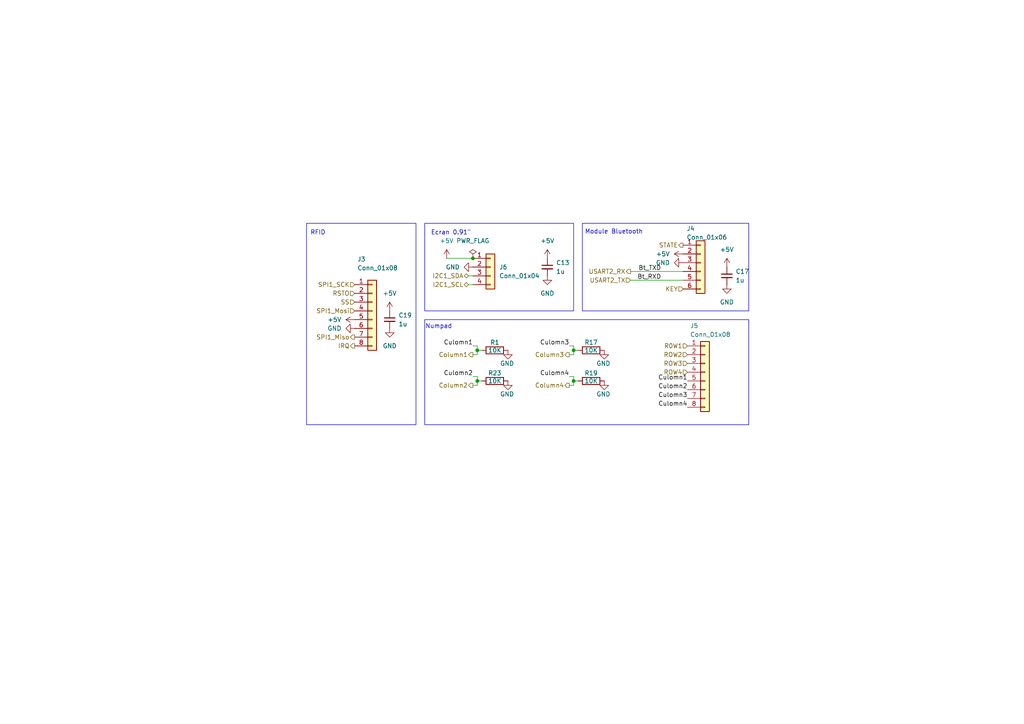
<source format=kicad_sch>
(kicad_sch (version 20250114) (generator "eeschema") (generator_version "9.0")
  (paper "A4")
  (lib_symbols
    (symbol "Connector_Generic:Conn_01x04" (pin_names (offset 1.016) (hide yes))
      (property "Reference" "J" (at 0 5.08 0))
      (property "Value" "Conn_01x04" (at 0 -7.62 0))
      (symbol "Conn_01x04_1_1"
        (rectangle (start -1.27 3.81) (end 1.27 -6.35) (stroke (width 0.254)) (fill (type background)))
        (rectangle (start -1.27 2.667) (end 0 2.413) (stroke (width 0.1524)))
        (rectangle (start -1.27 0.127) (end 0 -0.127) (stroke (width 0.1524)))
        (rectangle (start -1.27 -2.413) (end 0 -2.667) (stroke (width 0.1524)))
        (rectangle (start -1.27 -4.953) (end 0 -5.207) (stroke (width 0.1524)))
        (pin passive line (at -5.08 2.54 0) (length 3.81) (name "Pin_1") (number "1"))
        (pin passive line (at -5.08 0 0) (length 3.81) (name "Pin_2") (number "2"))
        (pin passive line (at -5.08 -2.54 0) (length 3.81) (name "Pin_3") (number "3"))
        (pin passive line (at -5.08 -5.08 0) (length 3.81) (name "Pin_4") (number "4"))
      )
    )
    (symbol "Connector_Generic:Conn_01x06" (pin_names (offset 1.016) (hide yes))
      (property "Reference" "J" (at 0 7.62 0))
      (property "Value" "Conn_01x06" (at 0 -10.16 0))
      (symbol "Conn_01x06_1_1"
        (rectangle (start -1.27 6.35) (end 1.27 -8.89) (stroke (width 0.254)) (fill (type background)))
        (rectangle (start -1.27 5.207) (end 0 4.953) (stroke (width 0.1524)))
        (rectangle (start -1.27 2.667) (end 0 2.413) (stroke (width 0.1524)))
        (rectangle (start -1.27 0.127) (end 0 -0.127) (stroke (width 0.1524)))
        (rectangle (start -1.27 -2.413) (end 0 -2.667) (stroke (width 0.1524)))
        (rectangle (start -1.27 -4.953) (end 0 -5.207) (stroke (width 0.1524)))
        (rectangle (start -1.27 -7.493) (end 0 -7.747) (stroke (width 0.1524)))
        (pin passive line (at -5.08 5.08 0) (length 3.81) (name "Pin_1") (number "1"))
        (pin passive line (at -5.08 2.54 0) (length 3.81) (name "Pin_2") (number "2"))
        (pin passive line (at -5.08 0 0) (length 3.81) (name "Pin_3") (number "3"))
        (pin passive line (at -5.08 -2.54 0) (length 3.81) (name "Pin_4") (number "4"))
        (pin passive line (at -5.08 -5.08 0) (length 3.81) (name "Pin_5") (number "5"))
        (pin passive line (at -5.08 -7.62 0) (length 3.81) (name "Pin_6") (number "6"))
      )
    )
    (symbol "Connector_Generic:Conn_01x08" (pin_names (offset 1.016) (hide yes))
      (property "Reference" "J" (at 0 10.16 0))
      (property "Value" "Conn_01x08" (at 0 -12.7 0))
      (symbol "Conn_01x08_1_1"
        (rectangle (start -1.27 8.89) (end 1.27 -11.43) (stroke (width 0.254)) (fill (type background)))
        (rectangle (start -1.27 7.747) (end 0 7.493) (stroke (width 0.1524)))
        (rectangle (start -1.27 5.207) (end 0 4.953) (stroke (width 0.1524)))
        (rectangle (start -1.27 2.667) (end 0 2.413) (stroke (width 0.1524)))
        (rectangle (start -1.27 0.127) (end 0 -0.127) (stroke (width 0.1524)))
        (rectangle (start -1.27 -2.413) (end 0 -2.667) (stroke (width 0.1524)))
        (rectangle (start -1.27 -4.953) (end 0 -5.207) (stroke (width 0.1524)))
        (rectangle (start -1.27 -7.493) (end 0 -7.747) (stroke (width 0.1524)))
        (rectangle (start -1.27 -10.033) (end 0 -10.287) (stroke (width 0.1524)))
        (pin passive line (at -5.08 7.62 0) (length 3.81) (name "Pin_1") (number "1"))
        (pin passive line (at -5.08 5.08 0) (length 3.81) (name "Pin_2") (number "2"))
        (pin passive line (at -5.08 2.54 0) (length 3.81) (name "Pin_3") (number "3"))
        (pin passive line (at -5.08 0 0) (length 3.81) (name "Pin_4") (number "4"))
        (pin passive line (at -5.08 -2.54 0) (length 3.81) (name "Pin_5") (number "5"))
        (pin passive line (at -5.08 -5.08 0) (length 3.81) (name "Pin_6") (number "6"))
        (pin passive line (at -5.08 -7.62 0) (length 3.81) (name "Pin_7") (number "7"))
        (pin passive line (at -5.08 -10.16 0) (length 3.81) (name "Pin_8") (number "8"))
      )
    )
    (symbol "Device:C_Small" (pin_numbers (hide yes)) (pin_names (offset 0.254) (hide yes))
      (property "Reference" "C" (at 0.254 1.778 0))
      (property "Value" "C_Small" (at 0.254 -2.032 0))
      (symbol "C_Small_0_1"
        (polyline (pts (xy -1.524 0.508) (xy 1.524 0.508)) (stroke (width 0.3048)))
        (polyline (pts (xy -1.524 -0.508) (xy 1.524 -0.508)) (stroke (width 0.3302)))
      )
      (symbol "C_Small_1_1"
        (pin passive line (at 0 2.54 270) (length 2.032) (name "~") (number "1"))
        (pin passive line (at 0 -2.54 90) (length 2.032) (name "~") (number "2"))
      )
    )
    (symbol "Device:R" (pin_numbers (hide yes)) (pin_names (offset 0))
      (property "Reference" "R" (at 2.032 0 90))
      (property "Value" "R" (at 0 0 90))
      (symbol "R_0_1"
        (rectangle (start -1.016 -2.54) (end 1.016 2.54) (stroke (width 0.254)))
      )
      (symbol "R_1_1"
        (pin passive line (at 0 3.81 270) (length 1.27) (name "~") (number "1"))
        (pin passive line (at 0 -3.81 90) (length 1.27) (name "~") (number "2"))
      )
    )
    (symbol "power:GND" (power) (pin_numbers (hide yes)) (pin_names (offset 0) (hide yes))
      (property "Value" "GND" (at 0 -3.81 0))
      (symbol "GND_0_1"
        (polyline (pts (xy 0 0) (xy 0 -1.27) (xy 1.27 -1.27) (xy 0 -2.54) (xy -1.27 -1.27) (xy 0 -1.27)))
      )
      (symbol "GND_1_1"
        (pin power_in line (at 0 0 270) (length 0) (name "~") (number "1"))
      )
    )
    (symbol "power:PWR_FLAG" (power) (pin_numbers (hide yes)) (pin_names (offset 0) (hide yes))
      (property "Value" "PWR_FLAG" (at 0 3.81 0))
      (symbol "PWR_FLAG_0_0"
        (pin power_out line (at 0 0 90) (length 0) (name "~") (number "1"))
      )
      (symbol "PWR_FLAG_0_1"
        (polyline (pts (xy 0 0) (xy 0 1.27) (xy -1.016 1.905) (xy 0 2.54) (xy 1.016 1.905) (xy 0 1.27)))
      )
    )
    (symbol "power:VCC" (power) (pin_numbers (hide yes)) (pin_names (offset 0) (hide yes))
      (property "Value" "VCC" (at 0 3.556 0))
      (symbol "VCC_0_1"
        (polyline (pts (xy -0.762 1.27) (xy 0 2.54)))
        (polyline (pts (xy 0 2.54) (xy 0.762 1.27)))
        (polyline (pts (xy 0 0) (xy 0 2.54)))
      )
      (symbol "VCC_1_1"
        (pin power_in line (at 0 0 90) (length 0) (name "~") (number "1"))
      )
    )
  )
  (rectangle (start 88.9 64.77) (end 120.65 123.19))
  (rectangle (start 168.91 64.77) (end 217.17 90.17))
  (rectangle (start 123.19 64.77) (end 166.37 90.17))
  (rectangle (start 123.19 92.71) (end 217.17 123.19))
  (text "Numpad" (at 127.254 94.742 0) (effects (font (size 1.27 1.27))))
  (text "RFID\n" (at 92.202 67.564 0) (effects (font (size 1.27 1.27))))
  (text "Module Bluetooth\n" (at 178.054 67.31 0) (effects (font (size 1.27 1.27))))
  (text "Ecran 0.91\"\n" (at 130.81 67.564 0) (effects (font (size 1.27 1.27))))
  (junction (at 166.37 110.49))
  (junction (at 138.43 101.6))
  (junction (at 166.37 101.6))
  (junction (at 138.43 110.49))
  (junction (at 137.16 74.93))
  (wire (pts (xy 166.37 101.6) (xy 167.64 101.6)))
  (wire (pts (xy 135.89 80.01) (xy 137.16 80.01)))
  (wire (pts (xy 166.37 102.87) (xy 166.37 101.6)))
  (wire (pts (xy 165.1 100.33) (xy 166.37 100.33)))
  (wire (pts (xy 166.37 111.76) (xy 166.37 110.49)))
  (wire (pts (xy 138.43 102.87) (xy 138.43 101.6)))
  (wire (pts (xy 138.43 101.6) (xy 139.7 101.6)))
  (wire (pts (xy 138.43 109.22) (xy 138.43 110.49)))
  (wire (pts (xy 182.88 81.28) (xy 198.12 81.28)))
  (wire (pts (xy 138.43 111.76) (xy 138.43 110.49)))
  (wire (pts (xy 137.16 111.76) (xy 138.43 111.76)))
  (wire (pts (xy 166.37 110.49) (xy 167.64 110.49)))
  (wire (pts (xy 182.88 78.74) (xy 198.12 78.74)))
  (wire (pts (xy 137.16 100.33) (xy 138.43 100.33)))
  (wire (pts (xy 137.16 102.87) (xy 138.43 102.87)))
  (wire (pts (xy 138.43 100.33) (xy 138.43 101.6)))
  (wire (pts (xy 165.1 111.76) (xy 166.37 111.76)))
  (wire (pts (xy 166.37 100.33) (xy 166.37 101.6)))
  (wire (pts (xy 137.16 109.22) (xy 138.43 109.22)))
  (wire (pts (xy 165.1 109.22) (xy 166.37 109.22)))
  (wire (pts (xy 135.89 82.55) (xy 137.16 82.55)))
  (wire (pts (xy 129.54 74.93) (xy 137.16 74.93)))
  (wire (pts (xy 138.43 110.49) (xy 139.7 110.49)))
  (wire (pts (xy 166.37 109.22) (xy 166.37 110.49)))
  (wire (pts (xy 165.1 102.87) (xy 166.37 102.87)))
  (label "Bt_TXD" (at 191.77 78.74 180))
  (label "Culomn3" (at 199.39 115.57 180))
  (label "Culomn1" (at 137.16 100.33 180))
  (label "Bt_RXD" (at 191.77 81.28 180))
  (label "Culomn2" (at 199.39 113.03 180))
  (label "Culomn2" (at 137.16 109.22 180))
  (label "Culomn4" (at 199.39 118.11 180))
  (label "Culomn1" (at 199.39 110.49 180))
  (label "Culomn3" (at 165.1 100.33 180))
  (label "Culomn4" (at 165.1 109.22 180))
  (hierarchical_label "Column2" (shape output) (at 137.16 111.76 180))
  (hierarchical_label "SPI1_SCK" (shape input) (at 102.87 82.55 180))
  (hierarchical_label "Column3" (shape output) (at 165.1 102.87 180))
  (hierarchical_label "Column1" (shape output) (at 137.16 102.87 180))
  (hierarchical_label "IRQ" (shape output) (at 102.87 100.33 180))
  (hierarchical_label "Column4" (shape output) (at 165.1 111.76 180))
  (hierarchical_label "RSTO" (shape input) (at 102.87 85.09 180))
  (hierarchical_label "SPI1_Mosi" (shape input) (at 102.87 90.17 180))
  (hierarchical_label "I2C1_SDA" (shape bidirectional) (at 135.89 80.01 180))
  (hierarchical_label "ROW3" (shape input) (at 199.39 105.41 180))
  (hierarchical_label "R0W1" (shape input) (at 199.39 100.33 180))
  (hierarchical_label "SS" (shape input) (at 102.87 87.63 180))
  (hierarchical_label "ROW4" (shape input) (at 199.39 107.95 180))
  (hierarchical_label "I2C1_SCL" (shape bidirectional) (at 135.89 82.55 180))
  (hierarchical_label "USART2_RX" (shape output) (at 182.88 78.74 180))
  (hierarchical_label "ROW2" (shape input) (at 199.39 102.87 180))
  (hierarchical_label "KEY" (shape input) (at 198.12 83.82 180))
  (hierarchical_label "STATE" (shape output) (at 198.12 71.12 180))
  (hierarchical_label "SPI1_Miso" (shape output) (at 102.87 97.79 180))
  (hierarchical_label "USART2_TX" (shape input) (at 182.88 81.28 180))
  (symbol (lib_id "power:GND") (at 175.26 101.6 0) (unit 1)
    (property "Reference" "#PWR048" (effects (hide yes)))
    (property "Value" "GND" (at 175.006 105.41 0))
    (property "Description" "Power symbol creates a global label with name \"GND\" , ground" (effects (hide yes)))
  )
  (symbol (lib_id "power:GND") (at 113.03 95.25 0) (unit 1)
    (property "Reference" "#PWR063" (effects (hide yes)))
    (property "Value" "GND" (at 113.03 100.33 0))
    (property "Description" "Power symbol creates a global label with name \"GND\" , ground" (effects (hide yes)))
  )
  (symbol (lib_id "power:VCC") (at 102.87 92.71 90) (unit 1)
    (property "Reference" "#PWR041" (effects (hide yes)))
    (property "Value" "+5V" (at 99.06 92.7099 90) (effects (justify left)))
    (property "Description" "Power symbol creates a global label with name \"VCC\"" (effects (hide yes)))
  )
  (symbol (lib_id "Device:C_Small") (at 113.03 92.71 0) (unit 1)
    (property "Reference" "C19" (at 115.57 91.4462 0) (effects (justify left)))
    (property "Value" "1u" (at 115.57 93.9862 0) (effects (justify left)))
    (property "Footprint" "Capacitor_SMD:C_0402_1005Metric" (effects (hide yes)))
    (property "Description" "Unpolarized capacitor, small symbol" (effects (hide yes)))
  )
  (symbol (lib_id "power:GND") (at 210.82 82.55 0) (unit 1)
    (property "Reference" "#PWR061" (effects (hide yes)))
    (property "Value" "GND" (at 210.82 87.63 0))
    (property "Description" "Power symbol creates a global label with name \"GND\" , ground" (effects (hide yes)))
  )
  (symbol (lib_id "power:PWR_FLAG") (at 137.16 74.93 0) (unit 1)
    (property "Reference" "#FLG04" (effects (hide yes)))
    (property "Value" "PWR_FLAG" (at 137.16 69.85 0))
    (property "Description" "Special symbol for telling ERC where power comes from" (effects (hide yes)))
  )
  (symbol (lib_id "Device:C_Small") (at 210.82 80.01 0) (unit 1)
    (property "Reference" "C17" (at 213.36 78.7462 0) (effects (justify left)))
    (property "Value" "1u" (at 213.36 81.2862 0) (effects (justify left)))
    (property "Footprint" "Capacitor_SMD:C_0402_1005Metric" (effects (hide yes)))
    (property "Description" "Unpolarized capacitor, small symbol" (effects (hide yes)))
  )
  (symbol (lib_id "power:VCC") (at 210.82 77.47 0) (unit 1)
    (property "Reference" "#PWR060" (effects (hide yes)))
    (property "Value" "+5V" (at 210.82 72.39 0))
    (property "Description" "Power symbol creates a global label with name \"VCC\"" (effects (hide yes)))
  )
  (symbol (lib_id "power:VCC") (at 198.12 73.66 90) (unit 1)
    (property "Reference" "#PWR043" (effects (hide yes)))
    (property "Value" "+5V" (at 194.31 73.6599 90) (effects (justify left)))
    (property "Description" "Power symbol creates a global label with name \"VCC\"" (effects (hide yes)))
  )
  (symbol (lib_id "power:GND") (at 175.26 110.49 0) (unit 1)
    (property "Reference" "#PWR050" (effects (hide yes)))
    (property "Value" "GND" (at 175.006 114.3 0))
    (property "Description" "Power symbol creates a global label with name \"GND\" , ground" (effects (hide yes)))
  )
  (symbol (lib_id "power:VCC") (at 113.03 90.17 0) (unit 1)
    (property "Reference" "#PWR062" (effects (hide yes)))
    (property "Value" "+5V" (at 113.03 85.09 0))
    (property "Description" "Power symbol creates a global label with name \"VCC\"" (effects (hide yes)))
  )
  (symbol (lib_id "power:VCC") (at 158.75 74.93 0) (unit 1)
    (property "Reference" "#PWR032" (effects (hide yes)))
    (property "Value" "+5V" (at 158.75 69.85 0))
    (property "Description" "Power symbol creates a global label with name \"VCC\"" (effects (hide yes)))
  )
  (symbol (lib_id "Device:R") (at 143.51 110.49 90) (unit 1)
    (property "Reference" "R23" (at 143.51 108.204 90))
    (property "Value" "10K" (at 143.51 110.49 90))
    (property "Footprint" "Resistor_SMD:R_0402_1005Metric" (effects (hide yes)))
    (property "Description" "Resistor" (effects (hide yes)))
  )
  (symbol (lib_id "Device:R") (at 143.51 101.6 90) (unit 1)
    (property "Reference" "R1" (at 143.51 99.314 90))
    (property "Value" "10K" (at 143.51 101.6 90))
    (property "Footprint" "Resistor_SMD:R_0402_1005Metric" (effects (hide yes)))
    (property "Description" "Resistor" (effects (hide yes)))
  )
  (symbol (lib_id "Connector_Generic:Conn_01x08") (at 204.47 107.95 0) (unit 1)
    (property "Reference" "J5" (at 200.152 94.488 0) (effects (justify left)))
    (property "Value" "Conn_01x08" (at 200.152 97.028 0) (effects (justify left)))
    (property "Footprint" "Connector_PinHeader_2.54mm:PinHeader_1x08_P2.54mm_Horizontal" (effects (hide yes)))
    (property "Description" "Generic connector, single row, 01x08, script generated (kicad-library-utils/schlib/autogen/connector/)" (effects (hide yes)))
  )
  (symbol (lib_id "Device:R") (at 171.45 101.6 90) (unit 1)
    (property "Reference" "R17" (at 171.45 99.314 90))
    (property "Value" "10K" (at 171.45 101.6 90))
    (property "Footprint" "Resistor_SMD:R_0402_1005Metric" (effects (hide yes)))
    (property "Description" "Resistor" (effects (hide yes)))
  )
  (symbol (lib_id "power:GND") (at 158.75 80.01 0) (unit 1)
    (property "Reference" "#PWR059" (effects (hide yes)))
    (property "Value" "GND" (at 158.75 85.09 0))
    (property "Description" "Power symbol creates a global label with name \"GND\" , ground" (effects (hide yes)))
  )
  (symbol (lib_id "Connector_Generic:Conn_01x06") (at 203.2 76.2 0) (unit 1)
    (property "Reference" "J4" (at 199.136 66.294 0) (effects (justify left)))
    (property "Value" "Conn_01x06" (at 199.136 68.834 0) (effects (justify left)))
    (property "Footprint" "Connector_PinHeader_2.54mm:PinHeader_1x06_P2.54mm_Horizontal" (effects (hide yes)))
    (property "Description" "Generic connector, single row, 01x06, script generated (kicad-library-utils/schlib/autogen/connector/)" (effects (hide yes)))
  )
  (symbol (lib_id "power:GND") (at 147.32 101.6 0) (unit 1)
    (property "Reference" "#PWR046" (effects (hide yes)))
    (property "Value" "GND" (at 147.066 105.41 0))
    (property "Description" "Power symbol creates a global label with name \"GND\" , ground" (effects (hide yes)))
  )
  (symbol (lib_id "power:VCC") (at 129.54 74.93 0) (unit 1)
    (property "Reference" "#PWR01" (effects (hide yes)))
    (property "Value" "+5V" (at 129.54 69.85 0))
    (property "Description" "Power symbol creates a global label with name \"VCC\"" (effects (hide yes)))
  )
  (symbol (lib_id "Connector_Generic:Conn_01x04") (at 142.24 77.47 0) (unit 1)
    (property "Reference" "J6" (at 144.78 77.4699 0) (effects (justify left)))
    (property "Value" "Conn_01x04" (at 144.78 80.0099 0) (effects (justify left)))
    (property "Footprint" "Connector_PinHeader_2.54mm:PinHeader_1x04_P2.54mm_Horizontal" (effects (hide yes)))
    (property "Description" "Generic connector, single row, 01x04, script generated (kicad-library-utils/schlib/autogen/connector/)" (effects (hide yes)))
  )
  (symbol (lib_id "Device:R") (at 171.45 110.49 90) (unit 1)
    (property "Reference" "R19" (at 171.45 108.204 90))
    (property "Value" "10K" (at 171.45 110.49 90))
    (property "Footprint" "Resistor_SMD:R_0402_1005Metric" (effects (hide yes)))
    (property "Description" "Resistor" (effects (hide yes)))
  )
  (symbol (lib_id "power:GND") (at 198.12 76.2 270) (unit 1)
    (property "Reference" "#PWR044" (effects (hide yes)))
    (property "Value" "GND" (at 194.31 76.1999 90) (effects (justify right)))
    (property "Description" "Power symbol creates a global label with name \"GND\" , ground" (effects (hide yes)))
  )
  (symbol (lib_id "Connector_Generic:Conn_01x08") (at 107.95 90.17 0) (unit 1)
    (property "Reference" "J3" (at 103.632 75.184 0) (effects (justify left)))
    (property "Value" "Conn_01x08" (at 103.632 77.724 0) (effects (justify left)))
    (property "Footprint" "Connector_PinHeader_2.54mm:PinHeader_1x08_P2.54mm_Horizontal" (effects (hide yes)))
    (property "Description" "Generic connector, single row, 01x08, script generated (kicad-library-utils/schlib/autogen/connector/)" (effects (hide yes)))
  )
  (symbol (lib_id "power:GND") (at 137.16 77.47 270) (unit 1)
    (property "Reference" "#PWR02" (effects (hide yes)))
    (property "Value" "GND" (at 133.35 77.4699 90) (effects (justify right)))
    (property "Description" "Power symbol creates a global label with name \"GND\" , ground" (effects (hide yes)))
  )
  (symbol (lib_id "Device:C_Small") (at 158.75 77.47 0) (unit 1)
    (property "Reference" "C13" (at 161.29 76.2062 0) (effects (justify left)))
    (property "Value" "1u" (at 161.29 78.7462 0) (effects (justify left)))
    (property "Footprint" "Capacitor_SMD:C_0402_1005Metric" (effects (hide yes)))
    (property "Description" "Unpolarized capacitor, small symbol" (effects (hide yes)))
  )
  (symbol (lib_id "power:GND") (at 102.87 95.25 270) (unit 1)
    (property "Reference" "#PWR042" (effects (hide yes)))
    (property "Value" "GND" (at 99.06 95.2499 90) (effects (justify right)))
    (property "Description" "Power symbol creates a global label with name \"GND\" , ground" (effects (hide yes)))
  )
  (symbol (lib_id "power:GND") (at 147.32 110.49 0) (unit 1)
    (property "Reference" "#PWR054" (effects (hide yes)))
    (property "Value" "GND" (at 147.066 114.3 0))
    (property "Description" "Power symbol creates a global label with name \"GND\" , ground" (effects (hide yes)))
  )
)
</source>
